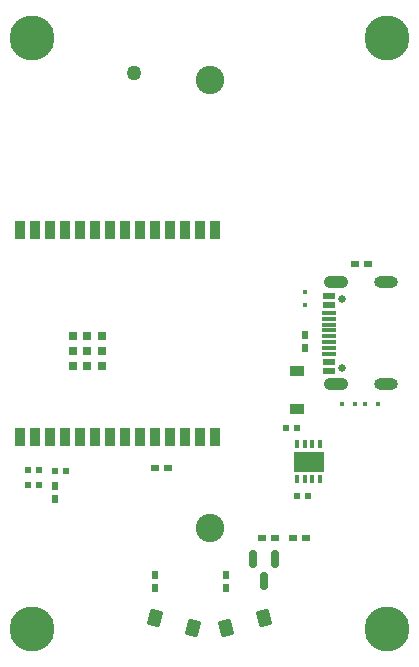
<source format=gts>
G04 #@! TF.GenerationSoftware,KiCad,Pcbnew,9.0.2*
G04 #@! TF.CreationDate,2025-06-23T20:15:19+02:00*
G04 #@! TF.ProjectId,coral-ir,636f7261-6c2d-4697-922e-6b696361645f,rev?*
G04 #@! TF.SameCoordinates,Original*
G04 #@! TF.FileFunction,Soldermask,Top*
G04 #@! TF.FilePolarity,Negative*
%FSLAX46Y46*%
G04 Gerber Fmt 4.6, Leading zero omitted, Abs format (unit mm)*
G04 Created by KiCad (PCBNEW 9.0.2) date 2025-06-23 20:15:19*
%MOMM*%
%LPD*%
G01*
G04 APERTURE LIST*
G04 Aperture macros list*
%AMRoundRect*
0 Rectangle with rounded corners*
0 $1 Rounding radius*
0 $2 $3 $4 $5 $6 $7 $8 $9 X,Y pos of 4 corners*
0 Add a 4 corners polygon primitive as box body*
4,1,4,$2,$3,$4,$5,$6,$7,$8,$9,$2,$3,0*
0 Add four circle primitives for the rounded corners*
1,1,$1+$1,$2,$3*
1,1,$1+$1,$4,$5*
1,1,$1+$1,$6,$7*
1,1,$1+$1,$8,$9*
0 Add four rect primitives between the rounded corners*
20,1,$1+$1,$2,$3,$4,$5,0*
20,1,$1+$1,$4,$5,$6,$7,0*
20,1,$1+$1,$6,$7,$8,$9,0*
20,1,$1+$1,$8,$9,$2,$3,0*%
G04 Aperture macros list end*
%ADD10R,0.600000X0.750000*%
%ADD11C,2.600000*%
%ADD12C,3.800000*%
%ADD13R,0.350000X0.800000*%
%ADD14R,2.500000X1.750000*%
%ADD15R,0.600000X0.620000*%
%ADD16R,0.750000X0.600000*%
%ADD17RoundRect,0.102000X0.279375X0.696024X-0.589958X0.463087X-0.279375X-0.696024X0.589958X-0.463087X0*%
%ADD18R,1.219200X0.914400*%
%ADD19R,0.900000X1.500000*%
%ADD20R,0.800000X0.800000*%
%ADD21RoundRect,0.102000X0.589958X0.463087X-0.279375X0.696024X-0.589958X-0.463087X0.279375X-0.696024X0*%
%ADD22RoundRect,0.150000X-0.150000X0.587500X-0.150000X-0.587500X0.150000X-0.587500X0.150000X0.587500X0*%
%ADD23R,0.320000X0.430000*%
%ADD24R,0.430000X0.320000*%
%ADD25C,0.650000*%
%ADD26R,1.030000X0.600000*%
%ADD27R,1.080000X0.600000*%
%ADD28R,1.150000X0.300000*%
%ADD29O,2.100000X1.050000*%
%ADD30O,2.000000X1.000000*%
%ADD31C,1.270000*%
%ADD32C,2.409000*%
G04 APERTURE END LIST*
D10*
X102900000Y-89050000D03*
X102900000Y-87950000D03*
D11*
X92500000Y-42500000D03*
D12*
X92500000Y-42500000D03*
D13*
X114900000Y-79850000D03*
X115550000Y-79850000D03*
X116200000Y-79850000D03*
X116850000Y-79850000D03*
X116850000Y-76850000D03*
X116200000Y-76850000D03*
X115550000Y-76850000D03*
X114900000Y-76850000D03*
D14*
X115875000Y-78350000D03*
D15*
X114910000Y-75550000D03*
X113990000Y-75550000D03*
D16*
X113050000Y-84800000D03*
X111950000Y-84800000D03*
D10*
X94400000Y-80400000D03*
X94400000Y-81500000D03*
D16*
X114550000Y-84800000D03*
X115650000Y-84800000D03*
D11*
X122500000Y-92500000D03*
D12*
X122500000Y-92500000D03*
D11*
X92500000Y-92500000D03*
D12*
X92500000Y-92500000D03*
D17*
X108906222Y-92427050D03*
X112093778Y-91572950D03*
D18*
X114900000Y-73938300D03*
X114900000Y-70661700D03*
D15*
X93050000Y-80300000D03*
X92130000Y-80300000D03*
D19*
X91430000Y-76250000D03*
X92700000Y-76250000D03*
X93970000Y-76250000D03*
X95240000Y-76250000D03*
X96510000Y-76250000D03*
X97780000Y-76250000D03*
X99050000Y-76250000D03*
X100320000Y-76250000D03*
X101590000Y-76250000D03*
X102860000Y-76250000D03*
X104130000Y-76250000D03*
X105400000Y-76250000D03*
X106670000Y-76250000D03*
X107940000Y-76250000D03*
X107940000Y-58750000D03*
X106670000Y-58750000D03*
X105400000Y-58750000D03*
X104130000Y-58750000D03*
X102860000Y-58750000D03*
X101590000Y-58750000D03*
X100320000Y-58750000D03*
X99050000Y-58750000D03*
X97780000Y-58750000D03*
X96510000Y-58750000D03*
X95240000Y-58750000D03*
X93970000Y-58750000D03*
X92700000Y-58750000D03*
X91430000Y-58750000D03*
D20*
X97150000Y-69005000D03*
X95900000Y-70255000D03*
X97150000Y-70255000D03*
X98400000Y-70255000D03*
X98400000Y-69005000D03*
X98400000Y-67755000D03*
X97150000Y-67755000D03*
X95900000Y-67755000D03*
X95900000Y-69005000D03*
D16*
X102850000Y-78900000D03*
X103950000Y-78900000D03*
D21*
X102906222Y-91572950D03*
X106093778Y-92427050D03*
D22*
X113040000Y-86562500D03*
X111140000Y-86562500D03*
X112090000Y-88437500D03*
D23*
X115600000Y-65100000D03*
X115600000Y-64000000D03*
D24*
X118700000Y-73500000D03*
X119800000Y-73500000D03*
D16*
X119800000Y-61600000D03*
X120900000Y-61600000D03*
D24*
X121750000Y-73500000D03*
X120650000Y-73500000D03*
D10*
X115550000Y-68750000D03*
X115550000Y-67650000D03*
D25*
X118720000Y-70390000D03*
X118720000Y-64610000D03*
D26*
X117585000Y-70700000D03*
D27*
X117610000Y-69900000D03*
D28*
X117645000Y-68750000D03*
X117645000Y-67750000D03*
X117645000Y-67250000D03*
X117645000Y-66250000D03*
D26*
X117585000Y-64300000D03*
D27*
X117610000Y-65100000D03*
D28*
X117645000Y-65750000D03*
X117645000Y-66750000D03*
X117645000Y-68250000D03*
X117645000Y-69250000D03*
D29*
X118220000Y-71820000D03*
D30*
X122400000Y-71820000D03*
X122400000Y-63180000D03*
D29*
X118220000Y-63180000D03*
D15*
X94390000Y-79150000D03*
X95310000Y-79150000D03*
D11*
X122500000Y-42500000D03*
D12*
X122500000Y-42500000D03*
D10*
X108900000Y-89050000D03*
X108900000Y-87950000D03*
D15*
X93050000Y-79050000D03*
X92130000Y-79050000D03*
X114890000Y-81300000D03*
X115810000Y-81300000D03*
D31*
X101130000Y-45420000D03*
D32*
X107500000Y-83985000D03*
X107500000Y-46015000D03*
M02*

</source>
